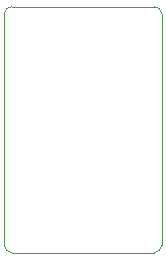
<source format=gbr>
G04 #@! TF.GenerationSoftware,KiCad,Pcbnew,(5.1.2)-2*
G04 #@! TF.CreationDate,2019-09-11T21:46:37-05:00*
G04 #@! TF.ProjectId,zturn_breakout,7a747572-6e5f-4627-9265-616b6f75742e,rev?*
G04 #@! TF.SameCoordinates,Original*
G04 #@! TF.FileFunction,Profile,NP*
%FSLAX46Y46*%
G04 Gerber Fmt 4.6, Leading zero omitted, Abs format (unit mm)*
G04 Created by KiCad (PCBNEW (5.1.2)-2) date 2019-09-11 21:46:37*
%MOMM*%
%LPD*%
G04 APERTURE LIST*
%ADD10C,0.050000*%
G04 APERTURE END LIST*
D10*
X143891000Y-109728000D02*
X155956000Y-109728000D01*
X155956000Y-88900000D02*
G75*
G02X156591000Y-89535000I0J-635000D01*
G01*
X156591000Y-109093000D02*
G75*
G02X155956000Y-109728000I-635000J0D01*
G01*
X143891000Y-109728000D02*
G75*
G02X143256000Y-109093000I0J635000D01*
G01*
X143256000Y-89535000D02*
G75*
G02X143891000Y-88900000I635000J0D01*
G01*
X143256000Y-109093000D02*
X143256000Y-89535000D01*
X156591000Y-89535000D02*
X156591000Y-109093000D01*
X143891000Y-88900000D02*
X155956000Y-88900000D01*
M02*

</source>
